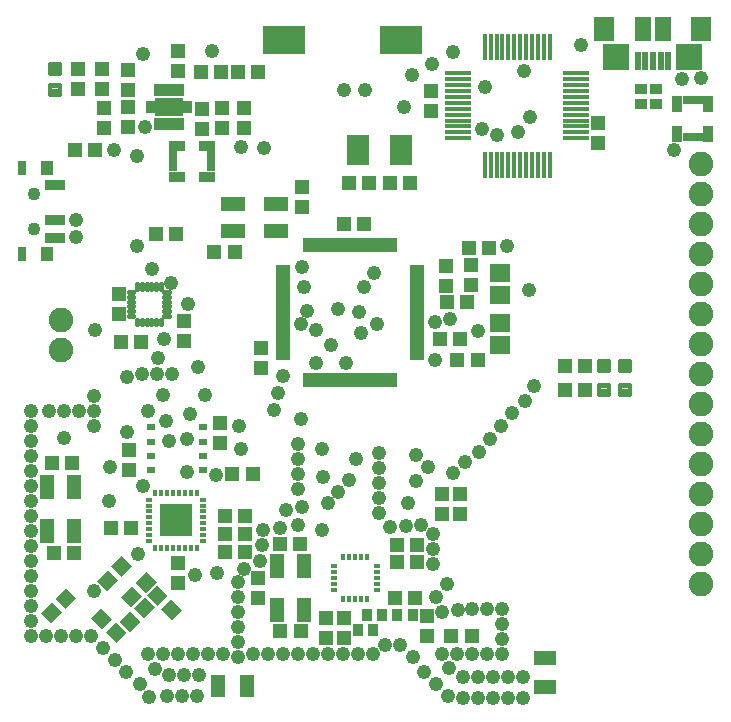
<source format=gts>
G75*
%MOIN*%
%OFA0B0*%
%FSLAX25Y25*%
%IPPOS*%
%LPD*%
%AMOC8*
5,1,8,0,0,1.08239X$1,22.5*
%
%ADD10R,0.04737X0.05131*%
%ADD11R,0.05131X0.04737*%
%ADD12R,0.02953X0.06693*%
%ADD13R,0.05315X0.03543*%
%ADD14R,0.06706X0.05918*%
%ADD15C,0.01421*%
%ADD16R,0.05131X0.01922*%
%ADD17R,0.01922X0.05131*%
%ADD18R,0.01969X0.04146*%
%ADD19R,0.03556X0.01902*%
%ADD20R,0.09448X0.06496*%
%ADD21R,0.07493X0.10249*%
%ADD22R,0.08280X0.05131*%
%ADD23C,0.08200*%
%ADD24R,0.04737X0.07493*%
%ADD25R,0.07493X0.04737*%
%ADD26R,0.03556X0.04343*%
%ADD27R,0.05131X0.08280*%
%ADD28R,0.03162X0.02375*%
%ADD29C,0.01706*%
%ADD30R,0.06706X0.03556*%
%ADD31R,0.03162X0.04737*%
%ADD32R,0.03950X0.04737*%
%ADD33C,0.04343*%
%ADD34R,0.02375X0.01784*%
%ADD35R,0.01784X0.02375*%
%ADD36R,0.10800X0.10800*%
%ADD37R,0.01587X0.08674*%
%ADD38R,0.08674X0.01587*%
%ADD39R,0.02375X0.06115*%
%ADD40R,0.09068X0.08674*%
%ADD41R,0.07099X0.08280*%
%ADD42R,0.05524X0.08280*%
%ADD43R,0.13989X0.09304*%
%ADD44R,0.04343X0.03556*%
%ADD45R,0.06693X0.02953*%
%ADD46R,0.03543X0.05315*%
%ADD47C,0.04762*%
%ADD48C,0.04800*%
D10*
X0110700Y0081154D03*
X0110700Y0087846D03*
X0137500Y0083046D03*
X0137500Y0076354D03*
X0159900Y0069546D03*
X0165900Y0069546D03*
X0165900Y0062854D03*
X0159900Y0062854D03*
X0193600Y0063454D03*
X0193600Y0070146D03*
X0198600Y0104354D03*
X0204700Y0104354D03*
X0204700Y0111046D03*
X0198600Y0111046D03*
X0138500Y0152854D03*
X0138500Y0159546D03*
X0112700Y0161854D03*
X0112700Y0168546D03*
X0091000Y0170754D03*
X0091000Y0177446D03*
X0124700Y0134646D03*
X0124700Y0127954D03*
X0094500Y0125646D03*
X0094500Y0118954D03*
X0152200Y0206454D03*
X0152200Y0213146D03*
X0132600Y0232854D03*
X0132600Y0239546D03*
X0125400Y0239446D03*
X0125400Y0232754D03*
X0118700Y0232554D03*
X0118700Y0239246D03*
X0110600Y0251854D03*
X0110600Y0258546D03*
X0094000Y0252246D03*
X0094000Y0245554D03*
X0094000Y0239746D03*
X0085900Y0239546D03*
X0085900Y0232854D03*
X0094000Y0233054D03*
X0085500Y0245854D03*
X0085500Y0252546D03*
X0077500Y0252446D03*
X0077500Y0245754D03*
X0195000Y0245246D03*
X0195000Y0238554D03*
X0199900Y0187046D03*
X0199900Y0180354D03*
X0208400Y0180554D03*
X0208400Y0187246D03*
X0250800Y0227954D03*
X0250800Y0234646D03*
D11*
X0214246Y0192900D03*
X0207554Y0192900D03*
X0207046Y0174900D03*
X0200354Y0174900D03*
X0197954Y0162600D03*
X0204646Y0162600D03*
X0203854Y0155700D03*
X0210546Y0155700D03*
X0239754Y0153400D03*
X0246446Y0153400D03*
X0246446Y0145600D03*
X0239754Y0145600D03*
X0190346Y0093800D03*
X0190346Y0088100D03*
X0183654Y0088100D03*
X0183654Y0093800D03*
X0183054Y0076300D03*
X0189746Y0076300D03*
X0201854Y0063500D03*
X0208546Y0063500D03*
X0151546Y0065300D03*
X0144854Y0065300D03*
X0132946Y0091600D03*
X0132946Y0097400D03*
X0126254Y0097400D03*
X0126254Y0091600D03*
X0126254Y0103500D03*
X0132946Y0103500D03*
X0135546Y0117700D03*
X0128854Y0117700D03*
X0144754Y0094100D03*
X0151446Y0094100D03*
G36*
X0108605Y0068746D02*
X0104978Y0072373D01*
X0108327Y0075722D01*
X0111954Y0072095D01*
X0108605Y0068746D01*
G37*
G36*
X0103873Y0073478D02*
X0100246Y0077105D01*
X0103595Y0080454D01*
X0107222Y0076827D01*
X0103873Y0073478D01*
G37*
G36*
X0102954Y0073105D02*
X0099327Y0069478D01*
X0095978Y0072827D01*
X0099605Y0076454D01*
X0102954Y0073105D01*
G37*
G36*
X0091846Y0076595D02*
X0095473Y0080222D01*
X0098822Y0076873D01*
X0095195Y0073246D01*
X0091846Y0076595D01*
G37*
G36*
X0083746Y0081995D02*
X0087373Y0085622D01*
X0090722Y0082273D01*
X0087095Y0078646D01*
X0083746Y0081995D01*
G37*
X0076146Y0091300D03*
X0069454Y0091300D03*
G36*
X0069878Y0076027D02*
X0073505Y0079654D01*
X0076854Y0076305D01*
X0073227Y0072678D01*
X0069878Y0076027D01*
G37*
G36*
X0065146Y0071295D02*
X0068773Y0074922D01*
X0072122Y0071573D01*
X0068495Y0067946D01*
X0065146Y0071295D01*
G37*
G36*
X0085195Y0072954D02*
X0088822Y0069327D01*
X0085473Y0065978D01*
X0081846Y0069605D01*
X0085195Y0072954D01*
G37*
G36*
X0098222Y0068373D02*
X0094595Y0064746D01*
X0091246Y0068095D01*
X0094873Y0071722D01*
X0098222Y0068373D01*
G37*
G36*
X0089927Y0068222D02*
X0093554Y0064595D01*
X0090205Y0061246D01*
X0086578Y0064873D01*
X0089927Y0068222D01*
G37*
G36*
X0096578Y0081327D02*
X0100205Y0084954D01*
X0103554Y0081605D01*
X0099927Y0077978D01*
X0096578Y0081327D01*
G37*
G36*
X0088478Y0086727D02*
X0092105Y0090354D01*
X0095454Y0087005D01*
X0091827Y0083378D01*
X0088478Y0086727D01*
G37*
X0088454Y0099600D03*
X0095146Y0099600D03*
X0075446Y0121300D03*
X0068754Y0121300D03*
X0091754Y0161700D03*
X0098446Y0161700D03*
X0122854Y0191600D03*
X0129546Y0191600D03*
X0109946Y0197400D03*
X0103254Y0197400D03*
X0083146Y0225600D03*
X0076454Y0225600D03*
X0118254Y0251700D03*
X0124946Y0251700D03*
X0130654Y0251700D03*
X0137346Y0251700D03*
X0167554Y0214600D03*
X0174246Y0214600D03*
X0181454Y0214600D03*
X0188146Y0214600D03*
X0172746Y0200800D03*
X0166054Y0200800D03*
D12*
X0121601Y0221800D03*
X0109199Y0221800D03*
D13*
X0110380Y0216682D03*
X0120420Y0216682D03*
X0120420Y0226918D03*
X0110380Y0226918D03*
D14*
X0218000Y0184540D03*
X0218000Y0177060D03*
X0217900Y0168040D03*
X0217900Y0160560D03*
D15*
X0251189Y0155058D02*
X0251189Y0151742D01*
X0251189Y0155058D02*
X0254505Y0155058D01*
X0254505Y0151742D01*
X0251189Y0151742D01*
X0251189Y0153162D02*
X0254505Y0153162D01*
X0254505Y0154582D02*
X0251189Y0154582D01*
X0258095Y0155058D02*
X0258095Y0151742D01*
X0258095Y0155058D02*
X0261411Y0155058D01*
X0261411Y0151742D01*
X0258095Y0151742D01*
X0258095Y0153162D02*
X0261411Y0153162D01*
X0261411Y0154582D02*
X0258095Y0154582D01*
X0257995Y0147258D02*
X0257995Y0143942D01*
X0257995Y0147258D02*
X0261311Y0147258D01*
X0261311Y0143942D01*
X0257995Y0143942D01*
X0257995Y0145362D02*
X0261311Y0145362D01*
X0261311Y0146782D02*
X0257995Y0146782D01*
X0251089Y0147258D02*
X0251089Y0143942D01*
X0251089Y0147258D02*
X0254405Y0147258D01*
X0254405Y0143942D01*
X0251089Y0143942D01*
X0251089Y0145362D02*
X0254405Y0145362D01*
X0254405Y0146782D02*
X0251089Y0146782D01*
X0071358Y0247205D02*
X0068042Y0247205D01*
X0071358Y0247205D02*
X0071358Y0243889D01*
X0068042Y0243889D01*
X0068042Y0247205D01*
X0068042Y0245309D02*
X0071358Y0245309D01*
X0071358Y0246729D02*
X0068042Y0246729D01*
X0068042Y0254111D02*
X0071358Y0254111D01*
X0071358Y0250795D01*
X0068042Y0250795D01*
X0068042Y0254111D01*
X0068042Y0252215D02*
X0071358Y0252215D01*
X0071358Y0253635D02*
X0068042Y0253635D01*
D16*
X0145559Y0186164D03*
X0145559Y0184195D03*
X0145559Y0182227D03*
X0145559Y0180258D03*
X0145559Y0178290D03*
X0145559Y0176321D03*
X0145559Y0174353D03*
X0145559Y0172384D03*
X0145559Y0170416D03*
X0145559Y0168447D03*
X0145559Y0166479D03*
X0145559Y0164510D03*
X0145559Y0162542D03*
X0145559Y0160573D03*
X0145559Y0158605D03*
X0145559Y0156636D03*
X0190441Y0156636D03*
X0190441Y0158605D03*
X0190441Y0160573D03*
X0190441Y0162542D03*
X0190441Y0164510D03*
X0190441Y0166479D03*
X0190441Y0168447D03*
X0190441Y0170416D03*
X0190441Y0172384D03*
X0190441Y0174353D03*
X0190441Y0176321D03*
X0190441Y0178290D03*
X0190441Y0180258D03*
X0190441Y0182227D03*
X0190441Y0184195D03*
X0190441Y0186164D03*
D17*
X0182764Y0193841D03*
X0180795Y0193841D03*
X0178827Y0193841D03*
X0176858Y0193841D03*
X0174890Y0193841D03*
X0172921Y0193841D03*
X0170953Y0193841D03*
X0168984Y0193841D03*
X0167016Y0193841D03*
X0165047Y0193841D03*
X0163079Y0193841D03*
X0161110Y0193841D03*
X0159142Y0193841D03*
X0157173Y0193841D03*
X0155205Y0193841D03*
X0153236Y0193841D03*
X0153236Y0148959D03*
X0155205Y0148959D03*
X0157173Y0148959D03*
X0159142Y0148959D03*
X0161110Y0148959D03*
X0163079Y0148959D03*
X0165047Y0148959D03*
X0167016Y0148959D03*
X0168984Y0148959D03*
X0170953Y0148959D03*
X0172921Y0148959D03*
X0174890Y0148959D03*
X0176858Y0148959D03*
X0178827Y0148959D03*
X0180795Y0148959D03*
X0182764Y0148959D03*
D18*
X0111637Y0234093D03*
X0109669Y0234093D03*
X0107700Y0234093D03*
X0105731Y0234093D03*
X0103763Y0234093D03*
X0103763Y0245707D03*
X0105731Y0245707D03*
X0107700Y0245707D03*
X0109669Y0245707D03*
X0111637Y0245707D03*
D19*
X0113606Y0240884D03*
X0113606Y0238916D03*
X0101794Y0238916D03*
X0101794Y0240884D03*
D20*
X0107700Y0239900D03*
D21*
X0170617Y0225600D03*
X0185183Y0225600D03*
D22*
X0143483Y0207628D03*
X0143483Y0198572D03*
X0128917Y0198572D03*
X0128917Y0207628D03*
D23*
X0071800Y0168800D03*
X0071800Y0158800D03*
X0284900Y0160800D03*
X0284900Y0150800D03*
X0284900Y0140800D03*
X0284900Y0130800D03*
X0284900Y0120800D03*
X0284900Y0110800D03*
X0284900Y0100800D03*
X0284900Y0090800D03*
X0284900Y0080800D03*
X0284900Y0170800D03*
X0284900Y0180800D03*
X0284900Y0190800D03*
X0284900Y0200800D03*
X0284900Y0210800D03*
X0284900Y0220800D03*
D24*
X0133821Y0046800D03*
X0123979Y0046800D03*
D25*
X0233100Y0046479D03*
X0233100Y0056321D03*
D26*
X0188959Y0070600D03*
X0183841Y0070600D03*
X0178859Y0070600D03*
X0173741Y0070600D03*
X0175759Y0065400D03*
X0170641Y0065400D03*
D27*
X0152628Y0072317D03*
X0143572Y0072317D03*
X0143572Y0086883D03*
X0152628Y0086883D03*
X0076128Y0098617D03*
X0067072Y0098617D03*
X0067072Y0113183D03*
X0076128Y0113183D03*
D28*
X0101739Y0118913D03*
X0101739Y0123638D03*
X0101739Y0128362D03*
X0101739Y0133087D03*
X0119061Y0133087D03*
X0119061Y0128362D03*
X0119061Y0123638D03*
X0119061Y0118913D03*
D29*
X0104937Y0167566D02*
X0104937Y0169022D01*
X0103362Y0169022D02*
X0103362Y0167566D01*
X0101787Y0167566D02*
X0101787Y0169022D01*
X0100213Y0169022D02*
X0100213Y0167566D01*
X0098638Y0167566D02*
X0098638Y0169022D01*
X0097063Y0169022D02*
X0097063Y0167566D01*
X0095822Y0170263D02*
X0094366Y0170263D01*
X0094366Y0171838D02*
X0095822Y0171838D01*
X0095822Y0173413D02*
X0094366Y0173413D01*
X0094366Y0174987D02*
X0095822Y0174987D01*
X0095822Y0176562D02*
X0094366Y0176562D01*
X0094366Y0178137D02*
X0095822Y0178137D01*
X0097063Y0179378D02*
X0097063Y0180834D01*
X0098638Y0180834D02*
X0098638Y0179378D01*
X0100213Y0179378D02*
X0100213Y0180834D01*
X0101787Y0180834D02*
X0101787Y0179378D01*
X0103362Y0179378D02*
X0103362Y0180834D01*
X0104937Y0180834D02*
X0104937Y0179378D01*
X0106178Y0178137D02*
X0107634Y0178137D01*
X0107634Y0176562D02*
X0106178Y0176562D01*
X0106178Y0174987D02*
X0107634Y0174987D01*
X0107634Y0173413D02*
X0106178Y0173413D01*
X0106178Y0171838D02*
X0107634Y0171838D01*
X0107634Y0170263D02*
X0106178Y0170263D01*
D30*
X0069590Y0196242D03*
X0069590Y0202147D03*
X0069590Y0213958D03*
D31*
X0058763Y0219470D03*
X0058763Y0190730D03*
D32*
X0067031Y0190730D03*
X0067031Y0219470D03*
D33*
X0062700Y0211006D03*
X0062700Y0199194D03*
D34*
X0101045Y0108990D03*
X0101045Y0107021D03*
X0101045Y0105053D03*
X0101045Y0103084D03*
X0101045Y0101116D03*
X0101045Y0099147D03*
X0101045Y0097179D03*
X0101045Y0095210D03*
X0119155Y0095210D03*
X0119155Y0097179D03*
X0119155Y0099147D03*
X0119155Y0101116D03*
X0119155Y0103084D03*
X0119155Y0105053D03*
X0119155Y0107021D03*
X0119155Y0108990D03*
X0162713Y0086837D03*
X0162713Y0084869D03*
X0162713Y0082900D03*
X0162713Y0080931D03*
X0162713Y0078963D03*
X0176887Y0078963D03*
X0176887Y0080931D03*
X0176887Y0082900D03*
X0176887Y0084869D03*
X0176887Y0086837D03*
D35*
X0173737Y0089987D03*
X0171769Y0089987D03*
X0169800Y0089987D03*
X0167831Y0089987D03*
X0165863Y0089987D03*
X0165863Y0075813D03*
X0167831Y0075813D03*
X0169800Y0075813D03*
X0171769Y0075813D03*
X0173737Y0075813D03*
X0116990Y0093045D03*
X0115021Y0093045D03*
X0113053Y0093045D03*
X0111084Y0093045D03*
X0109116Y0093045D03*
X0107147Y0093045D03*
X0105179Y0093045D03*
X0103210Y0093045D03*
X0103210Y0111155D03*
X0105179Y0111155D03*
X0107147Y0111155D03*
X0109116Y0111155D03*
X0111084Y0111155D03*
X0113053Y0111155D03*
X0115021Y0111155D03*
X0116990Y0111155D03*
D36*
X0110100Y0102100D03*
D37*
X0212973Y0220615D03*
X0214942Y0220615D03*
X0216910Y0220615D03*
X0218879Y0220615D03*
X0220847Y0220615D03*
X0222816Y0220615D03*
X0224784Y0220615D03*
X0226753Y0220615D03*
X0228721Y0220615D03*
X0230690Y0220615D03*
X0232658Y0220615D03*
X0234627Y0220615D03*
X0234627Y0259985D03*
X0232658Y0259985D03*
X0230690Y0259985D03*
X0228721Y0259985D03*
X0226753Y0259985D03*
X0224784Y0259985D03*
X0222816Y0259985D03*
X0220847Y0259985D03*
X0218879Y0259985D03*
X0216910Y0259985D03*
X0214942Y0259985D03*
X0212973Y0259985D03*
D38*
X0204115Y0251127D03*
X0204115Y0249158D03*
X0204115Y0247190D03*
X0204115Y0245221D03*
X0204115Y0243253D03*
X0204115Y0241284D03*
X0204115Y0239316D03*
X0204115Y0237347D03*
X0204115Y0235379D03*
X0204115Y0233410D03*
X0204115Y0231442D03*
X0204115Y0229473D03*
X0243485Y0229473D03*
X0243485Y0231442D03*
X0243485Y0233410D03*
X0243485Y0235379D03*
X0243485Y0237347D03*
X0243485Y0239316D03*
X0243485Y0241284D03*
X0243485Y0243253D03*
X0243485Y0245221D03*
X0243485Y0247190D03*
X0243485Y0249158D03*
X0243485Y0251127D03*
D39*
X0263882Y0255260D03*
X0266441Y0255260D03*
X0269000Y0255260D03*
X0271559Y0255260D03*
X0274118Y0255260D03*
D40*
X0281205Y0256539D03*
X0256795Y0256539D03*
D41*
X0252858Y0265791D03*
X0285142Y0265791D03*
D42*
X0272346Y0265791D03*
X0265654Y0265791D03*
D43*
X0184990Y0262100D03*
X0146210Y0262100D03*
D44*
X0265200Y0245959D03*
X0270200Y0245959D03*
X0270200Y0240841D03*
X0265200Y0240841D03*
D45*
X0282300Y0242201D03*
X0282300Y0229799D03*
D46*
X0277182Y0230980D03*
X0277182Y0241020D03*
X0287418Y0241020D03*
X0287418Y0230980D03*
D47*
X0061600Y0063500D03*
X0066600Y0063500D03*
X0071600Y0063500D03*
X0076600Y0063500D03*
X0081600Y0063500D03*
X0085600Y0059500D03*
X0089600Y0055500D03*
X0093300Y0051400D03*
X0098100Y0047500D03*
X0100900Y0043200D03*
X0107100Y0043500D03*
X0112100Y0043500D03*
X0117100Y0043500D03*
X0117600Y0050500D03*
X0112600Y0050500D03*
X0107600Y0050500D03*
X0103100Y0052500D03*
X0105600Y0057500D03*
X0100600Y0057500D03*
X0110600Y0057500D03*
X0115600Y0057500D03*
X0120600Y0057500D03*
X0125600Y0057500D03*
X0130600Y0056500D03*
X0130600Y0061500D03*
X0130600Y0066500D03*
X0130600Y0071500D03*
X0130600Y0076500D03*
X0130600Y0081500D03*
X0132600Y0086000D03*
X0138100Y0088500D03*
X0138600Y0094000D03*
X0139100Y0099000D03*
X0144600Y0099500D03*
X0150600Y0100500D03*
X0152100Y0106500D03*
X0146600Y0105500D03*
X0150600Y0112500D03*
X0150600Y0117500D03*
X0150600Y0122500D03*
X0150600Y0127500D03*
X0151600Y0136000D03*
X0158600Y0126000D03*
X0159100Y0116500D03*
X0164100Y0111500D03*
X0160600Y0108000D03*
X0158600Y0099000D03*
X0167600Y0115500D03*
X0169900Y0122500D03*
X0177600Y0124500D03*
X0177600Y0119500D03*
X0177600Y0114500D03*
X0177600Y0109500D03*
X0177600Y0104500D03*
X0181300Y0100000D03*
X0186600Y0100300D03*
X0191600Y0100500D03*
X0195600Y0097500D03*
X0195600Y0092500D03*
X0195600Y0087500D03*
X0200300Y0080800D03*
X0196600Y0076500D03*
X0198600Y0071500D03*
X0203900Y0072100D03*
X0208600Y0072500D03*
X0213600Y0072500D03*
X0218600Y0072500D03*
X0218600Y0067500D03*
X0218600Y0062500D03*
X0218600Y0057500D03*
X0213600Y0057500D03*
X0208600Y0057500D03*
X0203600Y0057500D03*
X0198600Y0057500D03*
X0201100Y0053000D03*
X0205600Y0050000D03*
X0210600Y0050000D03*
X0215600Y0050000D03*
X0220600Y0050000D03*
X0225600Y0050000D03*
X0225600Y0043000D03*
X0220600Y0043000D03*
X0215600Y0043000D03*
X0210600Y0043000D03*
X0205600Y0043000D03*
X0200600Y0043500D03*
X0196600Y0047500D03*
X0192600Y0051500D03*
X0189100Y0056500D03*
X0184600Y0060500D03*
X0179600Y0060500D03*
X0175600Y0057500D03*
X0170600Y0057500D03*
X0165600Y0057500D03*
X0160600Y0057500D03*
X0155600Y0057500D03*
X0150600Y0057500D03*
X0145600Y0057500D03*
X0140600Y0057500D03*
X0135600Y0057500D03*
X0123600Y0084500D03*
X0116300Y0083900D03*
X0110100Y0102100D03*
X0099100Y0113600D03*
X0087600Y0108500D03*
X0088100Y0120000D03*
X0093700Y0131700D03*
X0100800Y0138400D03*
X0106700Y0135300D03*
X0107600Y0128700D03*
X0113700Y0129200D03*
X0114700Y0137600D03*
X0119600Y0144000D03*
X0117300Y0153100D03*
X0108600Y0151000D03*
X0103600Y0151000D03*
X0098600Y0151000D03*
X0093600Y0150000D03*
X0104000Y0156100D03*
X0106100Y0162500D03*
X0113900Y0174300D03*
X0108400Y0181300D03*
X0102200Y0186000D03*
X0097100Y0193600D03*
X0076600Y0196500D03*
X0089300Y0225400D03*
X0097000Y0223500D03*
X0099600Y0233200D03*
X0099100Y0257700D03*
X0122200Y0258400D03*
X0139500Y0226100D03*
X0166100Y0245500D03*
X0188600Y0250500D03*
X0202500Y0258300D03*
X0228000Y0236700D03*
X0245100Y0260500D03*
X0278600Y0249200D03*
X0284900Y0249400D03*
X0276100Y0225500D03*
X0227600Y0179000D03*
X0220500Y0193400D03*
X0201400Y0169300D03*
X0196500Y0168100D03*
X0196500Y0155600D03*
X0210600Y0165300D03*
X0229300Y0147000D03*
X0226300Y0142000D03*
X0222200Y0137900D03*
X0218400Y0133600D03*
X0214800Y0129100D03*
X0211200Y0124900D03*
X0206400Y0121400D03*
X0202500Y0118000D03*
X0194200Y0119900D03*
X0190200Y0123800D03*
X0190200Y0115200D03*
X0187300Y0107900D03*
X0187400Y0107800D03*
X0142600Y0139000D03*
X0144200Y0144400D03*
X0145800Y0150200D03*
X0156600Y0154500D03*
X0161600Y0160500D03*
X0156600Y0165500D03*
X0151600Y0167500D03*
X0153600Y0172000D03*
X0152600Y0180000D03*
X0164100Y0172500D03*
X0171100Y0171500D03*
X0171700Y0164700D03*
X0177100Y0167600D03*
X0166600Y0154500D03*
X0172600Y0180000D03*
X0176100Y0184500D03*
X0131000Y0133600D03*
X0131600Y0126000D03*
X0123300Y0117200D03*
X0113600Y0118300D03*
X0105600Y0144000D03*
X0082800Y0143700D03*
X0082600Y0138500D03*
X0082600Y0133500D03*
X0077600Y0138500D03*
X0072600Y0138500D03*
X0067600Y0138500D03*
X0061600Y0138500D03*
X0061600Y0133500D03*
X0061600Y0128500D03*
X0061600Y0123500D03*
X0061600Y0118500D03*
X0061600Y0113500D03*
X0061600Y0108500D03*
X0061600Y0103500D03*
X0061600Y0098500D03*
X0061600Y0093500D03*
X0061600Y0088500D03*
X0061600Y0083500D03*
X0061600Y0078500D03*
X0061600Y0073500D03*
X0061600Y0068500D03*
X0082600Y0078500D03*
X0097300Y0091000D03*
X0072700Y0129700D03*
X0083100Y0165500D03*
D48*
X0076800Y0202200D03*
X0131700Y0226600D03*
X0152100Y0186500D03*
X0186100Y0240000D03*
X0195400Y0254300D03*
X0213100Y0246500D03*
X0226100Y0252000D03*
X0224100Y0231500D03*
X0217100Y0230500D03*
X0212100Y0232500D03*
X0173100Y0245500D03*
M02*

</source>
